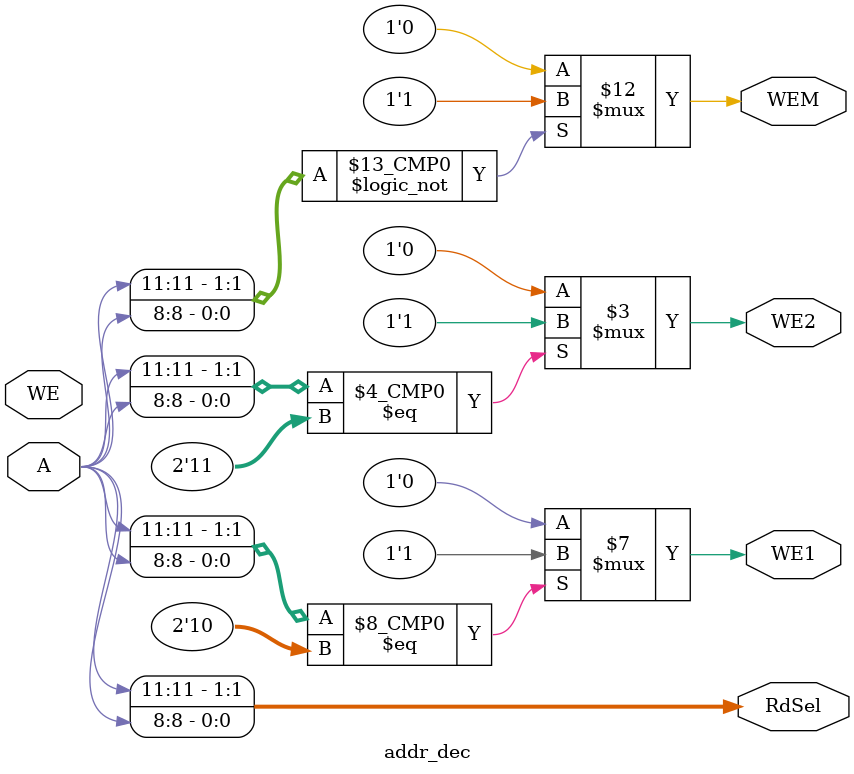
<source format=v>
`timescale 1ns / 1ps


module addr_dec(
    input  wire        WE,
    input  wire [11:0] A,
    output reg         WEM,
    output reg         WE1,
    output reg         WE2,
    output wire  [1:0] RdSel
    );
    
    wire [1:0] c; 
    
    // 0 vs 8 vs 9 
    assign RdSel = {A[11], A[8]}; 
    
    always @(WE, RdSel) begin
        // which memory to enable 
        case (RdSel) 
            2'b00: begin 
                WEM = 1; 
                WE1 = 0; 
                WE2 = 0; 
            end 
            2'b10: begin 
                WEM = 0; 
                WE1 = 1; 
                WE2 = 0; 
            end 
            2'b11: begin 
                WEM = 0; 
                WE1 = 0; 
                WE2 = 1; 
            end 
            default: begin 
                WEM = 0; 
                WE1 = 0; 
                WE2 = 0; 
            end  
        endcase
    end 
    
endmodule

</source>
